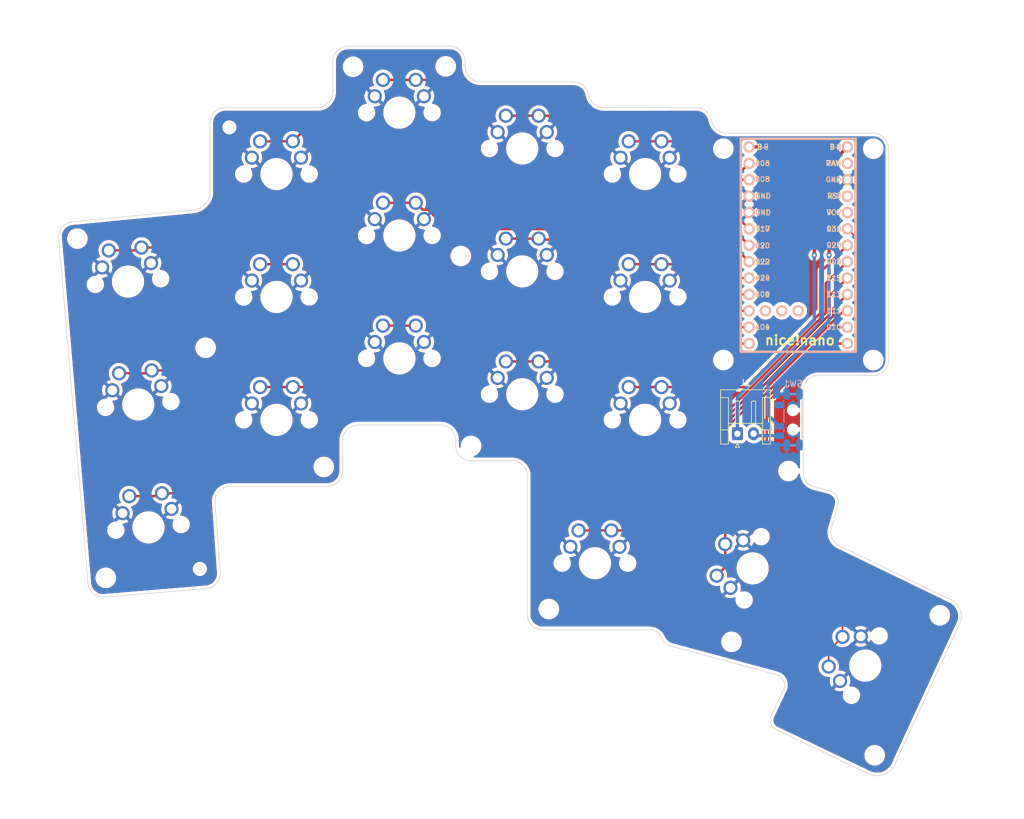
<source format=kicad_pcb>
(kicad_pcb (version 20211014) (generator pcbnew)
  (layers (0 "F.Cu" signal) (31 "B.Cu" signal) (34 "B.Paste" user) (35 "F.Paste" user) (36 "B.SilkS" user "B.Silkscreen") (37 "F.SilkS" user "F.Silkscreen") (38 "B.Mask" user) (39 "F.Mask" user) (44 "Edge.Cuts" user))
  (net 0 "")
  (net 1 "GND")
  (net 6 "VCC")
  (net 7 "B-")
  (net 8 "B+")
  (net 10 "MX1")
  (net 11 "MX2")
  (net 12 "MX3")
  (net 13 "MX4")
  (net 14 "MX5")
  (net 15 "MX6")
  (net 16 "MX7")
  (net 17 "MX8")
  (net 18 "MX9")
  (net 19 "MX10")
  (net 20 "MX11")
  (net 21 "MX12")
  (net 22 "MX13")
  (net 23 "MX14")
  (net 24 "MX15")
  (net 25 "MX16")
  (net 26 "MX17")
  (net 27 "Net-(J1-Pad2)")
  (net 29 "MX18")
  (footprint "mx-switches-doubleSided:CherryMX-1U-doubleSided-noSilk" (layer "F.Cu") (at 106.3625 50.8)
    (fp_text reference "MX2")
    (fp_text value "MX-NoLED")
    (pad "" np_thru_hole circle (at -5.08 0) (size 1.7 1.7) (drill 1.7) (layers *.Cu *.Mask))
    (pad "" np_thru_hole circle (at 0 0) (size 4 4) (drill 4) (layers *.Cu *.Mask))
    (pad "" np_thru_hole circle (at 5.08 0) (size 1.7 1.7) (drill 1.7) (layers *.Cu *.Mask))
    (pad "1" thru_hole circle (at 2.54 -5.08) (size 2.2 2.2) (drill 1.5) (layers *.Cu *.Mask) (net 11 "MX2"))
    (pad "1" thru_hole circle (at -2.54 -5.08) (size 2.2 2.2) (drill 1.5) (layers *.Cu *.Mask) (net 11 "MX2"))
    (pad "2" thru_hole circle (at -3.81 -2.54) (size 2.2 2.2) (drill 1.5) (layers *.Cu *.Mask) (net 1 "GND"))
    (pad "2" thru_hole circle (at 3.81 -2.54) (size 2.2 2.2) (drill 1.5) (layers *.Cu *.Mask) (net 1 "GND"))
  )
  (footprint "mx-switches-doubleSided:CherryMX-1U-doubleSided-noSilk" (layer "F.Cu") (at 155.73375 111.125)
    (fp_text reference "MX16")
    (fp_text value "MX-NoLED")
    (pad "" np_thru_hole circle (at 5.08 0) (size 1.7 1.7) (drill 1.7) (layers *.Cu *.Mask))
    (pad "" np_thru_hole circle (at -5.08 0) (size 1.7 1.7) (drill 1.7) (layers *.Cu *.Mask))
    (pad "" np_thru_hole circle (at 0 0) (size 4 4) (drill 4) (layers *.Cu *.Mask))
    (pad "1" thru_hole circle (at 2.54 -5.08) (size 2.2 2.2) (drill 1.5) (layers *.Cu *.Mask) (net 25 "MX16"))
    (pad "1" thru_hole circle (at -2.54 -5.08) (size 2.2 2.2) (drill 1.5) (layers *.Cu *.Mask) (net 25 "MX16"))
    (pad "2" thru_hole circle (at -3.81 -2.54) (size 2.2 2.2) (drill 1.5) (layers *.Cu *.Mask) (net 1 "GND"))
    (pad "2" thru_hole circle (at 3.81 -2.54) (size 2.2 2.2) (drill 1.5) (layers *.Cu *.Mask) (net 1 "GND"))
  )
  (footprint "mx-switches-doubleSided:CherryMX-1U-doubleSided-noSilk" (layer "F.Cu") (at 106.3625 69.85)
    (fp_text reference "MX7")
    (fp_text value "MX-NoLED")
    (pad "" np_thru_hole circle (at -5.08 0) (size 1.7 1.7) (drill 1.7) (layers *.Cu *.Mask))
    (pad "" np_thru_hole circle (at 0 0) (size 4 4) (drill 4) (layers *.Cu *.Mask))
    (pad "" np_thru_hole circle (at 5.08 0) (size 1.7 1.7) (drill 1.7) (layers *.Cu *.Mask))
    (pad "1" thru_hole circle (at 2.54 -5.08) (size 2.2 2.2) (drill 1.5) (layers *.Cu *.Mask) (net 16 "MX7"))
    (pad "1" thru_hole circle (at -2.54 -5.08) (size 2.2 2.2) (drill 1.5) (layers *.Cu *.Mask) (net 16 "MX7"))
    (pad "2" thru_hole circle (at 3.81 -2.54) (size 2.2 2.2) (drill 1.5) (layers *.Cu *.Mask) (net 1 "GND"))
    (pad "2" thru_hole circle (at -3.81 -2.54) (size 2.2 2.2) (drill 1.5) (layers *.Cu *.Mask) (net 1 "GND"))
  )
  (footprint "MountingHole:MountingHole_2.2mm_M2_DIN965" (layer "F.Cu") (at 175.641 79.629)
    (fp_text reference "H8")
    (fp_text value "MountingHole")
    (pad "" np_thru_hole circle (at 0 0) (size 2.2 2.2) (drill 2.2) (layers *.Cu *.Mask))
  )
  (footprint "mx-switches-doubleSided:CherryMX-1U-doubleSided-noSilk" (layer "F.Cu") (at 144.4625 84.93125)
    (fp_text reference "MX14")
    (fp_text value "MX-NoLED")
    (pad "" np_thru_hole circle (at 5.08 0) (size 1.7 1.7) (drill 1.7) (layers *.Cu *.Mask))
    (pad "" np_thru_hole circle (at 0 0) (size 4 4) (drill 4) (layers *.Cu *.Mask))
    (pad "" np_thru_hole circle (at -5.08 0) (size 1.7 1.7) (drill 1.7) (layers *.Cu *.Mask))
    (pad "1" thru_hole circle (at 2.54 -5.08) (size 2.2 2.2) (drill 1.5) (layers *.Cu *.Mask) (net 23 "MX14"))
    (pad "1" thru_hole circle (at -2.54 -5.08) (size 2.2 2.2) (drill 1.5) (layers *.Cu *.Mask) (net 23 "MX14"))
    (pad "2" thru_hole circle (at 3.81 -2.54) (size 2.2 2.2) (drill 1.5) (layers *.Cu *.Mask) (net 1 "GND"))
    (pad "2" thru_hole circle (at -3.81 -2.54) (size 2.2 2.2) (drill 1.5) (layers *.Cu *.Mask) (net 1 "GND"))
  )
  (footprint "mx-switches-doubleSided:CherryMX-1U-doubleSided-noSilk" (layer "F.Cu") (at 83.34375 67.46875 5)
    (fp_text reference "MX1")
    (fp_text value "MX-NoLED")
    (pad "" np_thru_hole circle (at -5.08 0 5) (size 1.7 1.7) (drill 1.7) (layers *.Cu *.Mask))
    (pad "" np_thru_hole circle (at 0 0 5) (size 4 4) (drill 4) (layers *.Cu *.Mask))
    (pad "" np_thru_hole circle (at 5.08 0 5) (size 1.7 1.7) (drill 1.7) (layers *.Cu *.Mask))
    (pad "1" thru_hole circle (at -2.54 -5.08 5) (size 2.2 2.2) (drill 1.5) (layers *.Cu *.Mask) (net 10 "MX1"))
    (pad "1" thru_hole circle (at 2.54 -5.08 5) (size 2.2 2.2) (drill 1.5) (layers *.Cu *.Mask) (net 10 "MX1"))
    (pad "2" thru_hole circle (at -3.81 -2.54 5) (size 2.2 2.2) (drill 1.5) (layers *.Cu *.Mask) (net 1 "GND"))
    (pad "2" thru_hole circle (at 3.81 -2.54 5) (size 2.2 2.2) (drill 1.5) (layers *.Cu *.Mask) (net 1 "GND"))
  )
  (footprint "Connector_JST:JST_EH_S2B-EH_1x02_P2.50mm_Horizontal" (layer "F.Cu") (at 177.82 91.0515)
    (fp_text reference "J1" (at 1.25 -7.9) (layer "F.SilkS"))
    (fp_text value "Conn_01x02_Male")
    (pad "1" thru_hole roundrect (at 0 0) (size 1.7 2) (drill 1) (layers *.Cu *.Mask) (roundrect_rratio 0.1470588235) (net 7 "B-"))
    (pad "2" thru_hole oval (at 2.5 0) (size 1.7 2) (drill 1) (layers *.Cu *.Mask) (net 27 "Net-(J1-Pad2)"))
  )
  (footprint "MountingHole:MountingHole_2.2mm_M2_DIN965" (layer "F.Cu") (at 176.911 123.317)
    (fp_text reference "H12")
    (fp_text value "MountingHole")
    (pad "" np_thru_hole circle (at 0 0) (size 2.2 2.2) (drill 2.2) (layers *.Cu *.Mask))
  )
  (footprint "MountingHole:MountingHole_2.2mm_M2_DIN965" (layer "F.Cu") (at 134.9375 63.5)
    (fp_text reference "H13")
    (fp_text value "MountingHole")
    (pad "" np_thru_hole circle (at 0 0) (size 2.2 2.2) (drill 2.2) (layers *.Cu *.Mask))
  )
  (footprint "MountingHole:MountingHole_2.2mm_M2_DIN965" (layer "F.Cu") (at 185.7375 96.8375)
    (fp_text reference "H11")
    (fp_text value "MountingHole")
    (pad "" np_thru_hole circle (at 0 0) (size 2.2 2.2) (drill 2.2) (layers *.Cu *.Mask))
  )
  (footprint "mx-switches-doubleSided:CherryMX-1U-doubleSided-noSilk" (layer "F.Cu") (at 84.93125 86.51875 5)
    (fp_text reference "MX6")
    (fp_text value "MX-NoLED")
    (pad "" np_thru_hole circle (at 0 0 5) (size 4 4) (drill 4) (layers *.Cu *.Mask))
    (pad "" np_thru_hole circle (at 5.08 0 5) (size 1.7 1.7) (drill 1.7) (layers *.Cu *.Mask))
    (pad "" np_thru_hole circle (at -5.08 0 5) (size 1.7 1.7) (drill 1.7) (layers *.Cu *.Mask))
    (pad "1" thru_hole circle (at -2.54 -5.08 5) (size 2.2 2.2) (drill 1.5) (layers *.Cu *.Mask) (net 15 "MX6"))
    (pad "1" thru_hole circle (at 2.54 -5.08 5) (size 2.2 2.2) (drill 1.5) (layers *.Cu *.Mask) (net 15 "MX6"))
    (pad "2" thru_hole circle (at -3.81 -2.54 5) (size 2.2 2.2) (drill 1.5) (layers *.Cu *.Mask) (net 1 "GND"))
    (pad "2" thru_hole circle (at 3.81 -2.54 5) (size 2.2 2.2) (drill 1.5) (layers *.Cu *.Mask) (net 1 "GND"))
  )
  (footprint "MountingHole:MountingHole_2.2mm_M2_DIN965" (layer "F.Cu") (at 79.9 113.4)
    (fp_text reference "H2")
    (fp_text value "MountingHole")
    (pad "" np_thru_hole circle (at 0 0) (size 2.2 2.2) (drill 2.2) (layers *.Cu *.Mask))
  )
  (footprint "MountingHole:MountingHole_2.2mm_M2_DIN965" (layer "F.Cu") (at 113.7 96.2)
    (fp_text reference "H6")
    (fp_text value "MountingHole")
    (pad "" np_thru_hole circle (at 0 0) (size 2.2 2.2) (drill 2.2) (layers *.Cu *.Mask))
  )
  (footprint "mx-switches-doubleSided:CherryMX-1U-doubleSided-noSilk" (layer "F.Cu") (at 163.5125 50.8)
    (fp_text reference "MX5")
    (fp_text value "MX-NoLED")
    (pad "" np_thru_hole circle (at 5.08 0) (size 1.7 1.7) (drill 1.7) (layers *.Cu *.Mask))
    (pad "" np_thru_hole circle (at -5.08 0) (size 1.7 1.7) (drill 1.7) (layers *.Cu *.Mask))
    (pad "" np_thru_hole circle (at 0 0) (size 4 4) (drill 4) (layers *.Cu *.Mask))
    (pad "1" thru_hole circle (at -2.54 -5.08) (size 2.2 2.2) (drill 1.5) (layers *.Cu *.Mask) (net 14 "MX5"))
    (pad "1" thru_hole circle (at 2.54 -5.08) (size 2.2 2.2) (drill 1.5) (layers *.Cu *.Mask) (net 14 "MX5"))
    (pad "2" thru_hole circle (at -3.81 -2.54) (size 2.2 2.2) (drill 1.5) (layers *.Cu *.Mask) (net 1 "GND"))
    (pad "2" thru_hole circle (at 3.81 -2.54) (size 2.2 2.2) (drill 1.5) (layers *.Cu *.Mask) (net 1 "GND"))
  )
  (footprint "MountingHole:MountingHole_2.2mm_M2_DIN965" (layer "F.Cu") (at 198.882 46.863)
    (fp_text reference "H9")
    (fp_text value "MountingHole")
    (pad "" np_thru_hole circle (at 0 0) (size 2.2 2.2) (drill 2.2) (layers *.Cu *.Mask))
  )
  (footprint "MountingHole:MountingHole_2.2mm_M2_DIN965" (layer "F.Cu") (at 95.377 77.724)
    (fp_text reference "H17")
    (fp_text value "MountingHole")
    (pad "" np_thru_hole circle (at 0 0) (size 2.2 2.2) (drill 2.2) (layers *.Cu *.Mask))
  )
  (footprint "mx-switches-doubleSided:CherryMX-1U-doubleSided-noSilk" (layer "F.Cu") (at 144.4625 65.88125)
    (fp_text reference "MX9")
    (fp_text value "MX-NoLED")
    (pad "" np_thru_hole circle (at 5.08 0) (size 1.7 1.7) (drill 1.7) (layers *.Cu *.Mask))
    (pad "" np_thru_hole circle (at 0 0) (size 4 4) (drill 4) (layers *.Cu *.Mask))
    (pad "" np_thru_hole circle (at -5.08 0) (size 1.7 1.7) (drill 1.7) (layers *.Cu *.Mask))
    (pad "1" thru_hole circle (at -2.54 -5.08) (size 2.2 2.2) (drill 1.5) (layers *.Cu *.Mask) (net 18 "MX9"))
    (pad "1" thru_hole circle (at 2.54 -5.08) (size 2.2 2.2) (drill 1.5) (layers *.Cu *.Mask) (net 18 "MX9"))
    (pad "2" thru_hole circle (at 3.81 -2.54) (size 2.2 2.2) (drill 1.5) (layers *.Cu *.Mask) (net 1 "GND"))
    (pad "2" thru_hole circle (at -3.81 -2.54) (size 2.2 2.2) (drill 1.5) (layers *.Cu *.Mask) (net 1 "GND"))
  )
  (footprint "mx-switches-doubleSided:CherryMX-1.5U-doubleSided-Vertical-noSilk" (layer "F.Cu") (at 180.18125 111.91875 -15)
    (fp_text reference "MX17")
    (fp_text value "MX-NoLED")
    (pad "" np_thru_hole circle (at 0 -5.08 75) (size 1.7 1.7) (drill 1.7) (layers *.Cu *.Mask))
    (pad "" np_thru_hole circle (at 0 5.08 75) (size 1.7 1.7) (drill 1.7) (layers *.Cu *.Mask))
    (pad "" np_thru_hole circle (at 0 0 75) (size 4 4) (drill 4) (layers *.Cu *.Mask))
    (pad "" np_thru_hole circle (at 0 0 75) (size 4 4) (drill 4) (layers *.Cu *.Mask))
    (pad "1" thru_hole circle (at -5.08 -2.54 75) (size 2.2 2.2) (drill 1.5) (layers *.Cu *.Mask) (net 26 "MX17"))
    (pad "1" thru_hole circle (at -5.08 2.54 75) (size 2.2 2.2) (drill 1.5) (layers *.Cu *.Mask) (net 26 "MX17"))
    (pad "2" thru_hole circle (at -2.54 -3.81 75) (size 2.2 2.2) (drill 1.5) (layers *.Cu *.Mask) (net 1 "GND"))
    (pad "2" thru_hole circle (at -2.54 3.81 75) (size 2.2 2.2) (drill 1.5) (layers *.Cu *.Mask) (net 1 "GND"))
  )
  (footprint "mx-switches-doubleSided:CherryMX-1U-doubleSided-noSilk" (layer "F.Cu") (at 125.4125 41.275)
    (fp_text reference "MX3")
    (fp_text value "MX-NoLED")
    (pad "" np_thru_hole circle (at 0 0) (size 4 4) (drill 4) (layers *.Cu *.Mask))
    (pad "" np_thru_hole circle (at 5.08 0) (size 1.7 1.7) (drill 1.7) (layers *.Cu *.Mask))
    (pad "" np_thru_hole circle (at -5.08 0) (size 1.7 1.7) (drill 1.7) (layers *.Cu *.Mask))
    (pad "1" thru_hole circle (at -2.54 -5.08) (size 2.2 2.2) (drill 1.5) (layers *.Cu *.Mask) (net 12 "MX3"))
    (pad "1" thru_hole circle (at 2.54 -5.08) (size 2.2 2.2) (drill 1.5) (layers *.Cu *.Mask) (net 12 "MX3"))
    (pad "2" thru_hole circle (at -3.81 -2.54) (size 2.2 2.2) (drill 1.5) (layers *.Cu *.Mask) (net 1 "GND"))
    (pad "2" thru_hole circle (at 3.81 -2.54) (size 2.2 2.2) (drill 1.5) (layers *.Cu *.Mask) (net 1 "GND"))
  )
  (footprint "MountingHole:MountingHole_2.2mm_M2_DIN965" (layer "F.Cu") (at 175.641 46.863)
    (fp_text reference "H7")
    (fp_text value "MountingHole")
    (pad "" np_thru_hole circle (at 0 0) (size 2.2 2.2) (drill 2.2) (layers *.Cu *.Mask))
  )
  (footprint "mx-switches-doubleSided:CherryMX-1U-doubleSided-noSilk" (layer "F.Cu") (at 125.4125 79.375)
    (fp_text reference "MX13")
    (fp_text value "MX-NoLED")
    (pad "" np_thru_hole circle (at 5.08 0) (size 1.7 1.7) (drill 1.7) (layers *.Cu *.Mask))
    (pad "" np_thru_hole circle (at 0 0) (size 4 4) (drill 4) (layers *.Cu *.Mask))
    (pad "" np_thru_hole circle (at -5.08 0) (size 1.7 1.7) (drill 1.7) (layers *.Cu *.Mask))
    (pad "1" thru_hole circle (at -2.54 -5.08) (size 2.2 2.2) (drill 1.5) (layers *.Cu *.Mask) (net 22 "MX13"))
    (pad "1" thru_hole circle (at 2.54 -5.08) (size 2.2 2.2) (drill 1.5) (layers *.Cu *.Mask) (net 22 "MX13"))
    (pad "2" thru_hole circle (at 3.81 -2.54) (size 2.2 2.2) (drill 1.5) (layers *.Cu *.Mask) (net 1 "GND"))
    (pad "2" thru_hole circle (at -3.81 -2.54) (size 2.2 2.2) (drill 1.5) (layers *.Cu *.Mask) (net 1 "GND"))
  )
  (footprint "MountingHole:MountingHole_2.2mm_M2_DIN965" (layer "F.Cu") (at 75.5 60.8)
    (fp_text reference "H1")
    (fp_text value "MountingHole")
    (pad "" np_thru_hole circle (at 0 0) (size 2.2 2.2) (drill 2.2) (layers *.Cu *.Mask))
  )
  (footprint "MountingHole:MountingHole_2.2mm_M2_DIN965" (layer "F.Cu") (at 199.1 140.9)
    (fp_text reference "H4")
    (fp_text value "MountingHole")
    (pad "" np_thru_hole circle (at 0 0) (size 2.2 2.2) (drill 2.2) (layers *.Cu *.Mask))
  )
  (footprint "nice-nano-all-pins:nice_nano" (layer "F.Cu") (at 187.247831 63.1055 -90)
    (fp_text reference "U1" hide)
    (fp_text value "nice_nano" hide)
    (fp_text user "113" (at 6.35 -5.537191) (layer "B.SilkS") (effects (font (size 0.8 0.8)) (justify mirror)))
    (fp_text user "GND" (at -8.89 5.461) (layer "B.SilkS") (effects (font (size 0.8 0.8)) (justify mirror)))
    (fp_text user "006" (at -13.97 5.53719) (layer "B.SilkS") (effects (font (size 0.8 0.8)) (justify mirror)))
    (fp_text user "115" (at 3.81 -5.537191) (layer "B.SilkS") (effects (font (size 0.8 0.8)) (justify mirror)))
    (fp_text user "031" (at -3.81 -5.537191) (layer "B.SilkS") (effects (font (size 0.8 0.8)) (justify mirror)))
    (fp_text user "B+" (at -16.51 -5.778477) (layer "B.SilkS") (effects (font (size 0.8 0.8)) (justify mirror)))
    (fp_text user "017" (at -3.81 5.53719) (layer "B.SilkS") (effects (font (size 0.8 0.8)) (justify mirror)))
    (fp_text user "002" (at 1.27 -5.537191) (layer "B.SilkS") (effects (font (size 0.8 0.8)) (justify mirror)))
    (fp_text user "022" (at 1.3 5.53719) (layer "B.SilkS") (effects (font (size 0.8 0.8)) (justify mirror)))
    (fp_text user "111" (at 8.89 -5.537191) (layer "B.SilkS") (effects (font (size 0.8 0.8)) (justify mirror)))
    (fp_text user "020" (at -1.2 5.53719) (layer "B.SilkS") (effects (font (size 0.8 0.8)) (justify mirror)))
    (fp_text user "GND" (at -6.35 5.461) (layer "B.SilkS") (effects (font (size 0.8 0.8)) (justify mirror)))
    (fp_text user "GND" (at -11.43 -5.454667) (layer "B.SilkS") (effects (font (size 0.8 0.8)) (justify mirror)))
    (fp_text user "010" (at 11.43 -5.537191) (layer "B.SilkS") (effects (font (size 0.8 0.8)) (justify mirror)))
    (fp_text user "104" (at 11.43 5.53719) (layer "B.SilkS") (effects (font (size 0.8 0.8)) (justify mirror)))
    (fp_text user "RAW" (at -13.97 -5.473715) (layer "B.SilkS") (effects (font (size 0.8 0.8)) (justify mirror)))
    (fp_text user "VCC" (at -6.35 -5.537191) (layer "B.SilkS") (effects (font (size 0.8 0.8)) (justify mirror)))
    (fp_text user "008" (at -11.5 5.53719) (layer "B.SilkS") (effects (font (size 0.8 0.8)) (justify mirror)))
    (fp_text user "RST" (at -8.89 -5.588) (layer "B.SilkS") (effects (font (size 0.8 0.8)) (justify mirror)))
    (fp_text user "024" (at 3.8 5.53719) (layer "B.SilkS") (effects (font (size 0.8 0.8)) (justify mirror)))
    (fp_text user "100" (at 6.35 5.53719) (layer "B.SilkS") (effects (font (size 0.8 0.8)) (justify mirror)))
    (fp_text user "029" (at -1.27 -5.537191) (layer "B.SilkS") (effects (font (size 0.8 0.8)) (justify mirror)))
    (fp_text user "B-" (at -16.51 5.461) (layer "B.SilkS") (effects (font (size 0.8 0.8)) (justify mirror)))
    (fp_text user "010" (at 11.43 -5.537191) (layer "F.SilkS") (effects (font (size 0.8 0.8))))
    (fp_text user "111" (at 8.89 -5.537191) (layer "F.SilkS") (effects (font (size 0.8 0.8))))
    (fp_text user "GND" (at -8.89 5.461) (layer "F.SilkS") (effects (font (size 0.8 0.8))))
    (fp_text user "024" (at 3.81 5.53719) (layer "F.SilkS") (effects (font (size 0.8 0.8))))
    (fp_text user "029" (at -1.27 -5.537191) (layer "F.SilkS") (effects (font (size 0.8 0.8))))
    (fp_text user "nice!nano" (at 13.462 -0.254) (layer "F.SilkS") (effects (font (size 1.5 1.5) (thickness 0.3))))
    (fp_text user "B-" (at -16.51 5.461) (layer "F.SilkS") (effects (font (size 0.8 0.8))))
    (fp_text user "031" (at -3.81 -5.537191) (layer "F.SilkS") (effects (font (size 0.8 0.8))))
    (fp_text user "115" (at 3.81 -5.537191) (layer "F.SilkS") (effects (font (size 0.8 0.8))))
    (fp_text user "GND" (at -6.35 5.461) (layer "F.SilkS") (effects (font (size 0.8 0.8))))
    (fp_text user "002" (at 1.27 -5.537191) (layer "F.SilkS") (effects (font (size 0.8 0.8))))
    (fp_text user "100" (at 6.35 5.53719) (layer "F.SilkS") (effects (font (size 0.8 0.8))))
    (fp_text user "104" (at 11.43 5.53719) (layer "F.SilkS") (effects (font (size 0.8 0.8))))
    (fp_text user "006" (at -13.97 5.53719) (layer "F.SilkS") (effects (font (size 0.8 0.8))))
    (fp_text user "B+" (at -16.51 -5.778477) (layer "F.SilkS") (effects (font (size 0.8 0.8))))
    (fp_text user "020" (at -1.2 5.53719) (layer "F.SilkS") (effects (font (size 0.8 0.8))))
    (fp_text user "RST" (at -8.89 -5.588) (layer "F.SilkS") (effects (font (size 0.8 0.8))))
    (fp_text user "022" (at 1.3 5.53719) (layer "F.SilkS") (effects (font (size 0.8 0.8))))
    (fp_text user "RAW" (at -13.97 -5.473715) (layer "F.SilkS") (effects (font (size 0.8 0.8))))
    (fp_text user "113" (at 6.35 -5.537191) (layer "F.SilkS") (effects (font (size 0.8 0.8))))
    (fp_text user "008" (at -11.5 5.53719) (layer "F.SilkS") (effects (font (size 0.8 0.8))))
    (fp_text user "017" (at -3.8 5.53719) (layer "F.SilkS") (effects (font (size 0.8 0.8))))
    (fp_text user "GND" (at -11.43 -5.454667) (layer "F.SilkS") (effects (font (size 0.8 0.8))))
    (fp_text user "VCC" (at -6.35 -5.537191) (layer "F.SilkS") (effects (font (size 0.8 0.8))))
    (pad "1" thru_hole circle locked (at -13.97 7.62 270) (size 1.7526 1.7526) (drill 1.0922) (layers *.Cu *.SilkS *.Mask) (net 12 "MX3"))
    (pad "2" thru_hole circle locked (at -11.43 7.62 270) (size 1.7526 1.7526) (drill 1.0922) (layers *.Cu *.SilkS *.Mask) (net 13 "MX4"))
    (pad "3" thru_hole circle locked (at -8.89 7.62 270) (size 1.7526 1.7526) (drill 1.0922) (layers *.Cu *.SilkS *.Mask) (net 1 "GND"))
    (pad "4" thru_hole circle locked (at -6.35 7.62 270) (size 1.7526 1.7526) (drill 1.0922) (layers *.Cu *.SilkS *.Mask) (net 1 "GND"))
    (pad "5" thru_hole circle locked (at -3.81 7.62 270) (size 1.7526 1.7526) (drill 1.0922) (layers *.Cu *.SilkS *.Mask) (net 14 "MX5"))
    (pad "6" thru_hole circle locked (at -1.27 7.62 270) (size 1.7526 1.7526) (drill 1.0922) (layers *.Cu *.SilkS *.Mask) (net 11 "MX2"))
    (pad "7" thru_hole circle locked (at 1.27 7.62 270) (size 1.7526 1.7526) (drill 1.0922) (layers *.Cu *.SilkS *.Mask) (net 17 "MX8"))
    (pad "8" thru_hole circle locked (at 3.81 7.62 270) (size 1.7526 1.7526) (drill 1.0922) (layers *.Cu *.SilkS *.Mask) (net 18 "MX9"))
    (pad "9" thru_hole circle locked (at 6.35 7.62 270) (size 1.7526 1.7526) (drill 1.0922) (layers *.Cu *.SilkS *.Mask) (net 19 "MX10"))
    (pad "10" thru_hole circle locked (at 8.89 7.62 270) (size 1.7526 1.7526) (drill 1.0922) (layers *.Cu *.SilkS *.Mask) (net 23 "MX14"))
    (pad "11" thru_hole circle locked (at 11.43 7.62 270) (size 1.7526 1.7526) (drill 1.0922) (layers *.Cu *.SilkS *.Mask) (net 22 "MX13"))
    (pad "12" thru_hole circle locked (at 13.97 7.62 270) (size 1.7526 1.7526) (drill 1.0922) (layers *.Cu *.SilkS *.Mask) (net 16 "MX7"))
    (pad "13" thru_hole circle locked (at 13.97 -7.62 270) (size 1.7526 1.7526) (drill 1.0922) (layers *.Cu *.SilkS *.Mask) (net 26 "MX17"))
    (pad "14" thru_hole circle locked (at 11.43 -7.62 270) (size 1.7526 1.7526) (drill 1.0922) (layers *.Cu *.SilkS *.Mask) (net 25 "MX16"))
    (pad "15" thru_hole circle locked (at 8.89 -7.62 270) (size 1.7526 1.7526) (drill 1.0922) (layers *.Cu *.SilkS *.Mask) (net 20 "MX11"))
    (pad "16" thru_hole circle locked (at 6.35 -7.62 270) (size 1.7526 1.7526) (drill 1.0922) (layers *.Cu *.SilkS *.Mask) (net 21 "MX12"))
    (pad "17" thru_hole circle locked (at 3.81 -7.62 270) (size 1.7526 1.7526) (drill 1.0922) (layers *.Cu *.SilkS *.Mask) (net 15 "MX6"))
    (pad "18" thru_hole circle locked (at 1.27 -7.62 270) (size 1.7526 1.7526) (drill 1.0922) (layers *.Cu *.SilkS *.Mask) (net 10 "MX1"))
    (pad "19" thru_hole circle locked (at -1.27 -7.62 270) (size 1.7526 1.7526) (drill 1.0922) (layers *.Cu *.SilkS *.Mask) (net 24 "MX15"))
    (pad "20" thru_hole circle locked (at -3.81 -7.62 270) (size 1.7526 1.7526) (drill 1.0922) (layers *.Cu *.SilkS *.Mask) (net 29 "MX18"))
    (pad "21" thru_hole circle locked (at -6.35 -7.62 270) (size 1.7526 1.7526) (drill 1.0922) (layers *.Cu *.SilkS *.Mask) (net 6 "VCC"))
    (pad "22" thru_hole circle locked (at -8.89 -7.62 270) (size 1.7526 1.7526) (drill 1.0922) (layers *.Cu *.SilkS *.Mask))
    (pad "23" thru_hole circle locked (at -11.43 -7.62 270) (size 1.7526 1.7526) (drill 1.0922) (layers *.Cu *.SilkS *.Mask) (net 1 "GND"))
    (pad "24" thru_hole circle locked (at -13.97 -7.62 270) (size 1.7526 1.7526) (drill 1.0922) (layers *.Cu *.SilkS *.Mask))
    (pad "30" thru_hole circle locked (at -16.51 7.62 270) (size 1.7526 1.7526) (drill 1.0922) (layers *.Cu *.SilkS *.Mask) (net 7 "B-"))
    (pad "31" thru_hole circle locked (at 8.89 5.08 270) (size 1.7526 1.7526) (drill 1.0922) (layers *.Cu *.SilkS *.Mask))
    (pad "32" thru_hole circle locked (at 8.89 2.54 270) (size 1.7526 1.7526) (drill 1.0922) (layers *.Cu *.SilkS *.Mask))
    (pad "33" thru_hole circle locked (at 8.89 0 270) (size 1.7526 1.7526) (drill 1.0922) (layers *.Cu *.SilkS *.Mask))
    (pad "34" thru_hole circle locked (at -16.51 -7.62 270) (size 1.7526 1.7526) (drill 1.0922) (layers *.Cu *.SilkS *.Mask) (net 8 "B+"))
  )
  (footprint "MountingHole:MountingHole_2.2mm_M2_DIN965" (layer "F.Cu") (at 99.06 43.561)
    (fp_text reference "H18")
    (fp_text value "MountingHole")
    (pad "" np_thru_hole circle (at 0 0) (size 2.2 2.2) (drill 2.2) (layers *.Cu *.Mask))
  )
  (footprint "mx-switches-doubleSided:CherryMX-1U-doubleSided-noSilk" (layer "F.Cu") (at 163.5125 88.9)
    (fp_text reference "MX15")
    (fp_text value "MX-NoLED")
    (pad "" np_thru_hole circle (at 5.08 0) (size 1.7 1.7) (drill 1.7) (layers *.Cu *.Mask))
    (pad "" np_thru_hole circle (at -5.08 0) (size 1.7 1.7) (drill 1.7) (layers *.Cu *.Mask))
    (pad "" np_thru_hole circle (at 0 0) (size 4 4) (drill 4) (layers *.Cu *.Mask))
    (pad "1" thru_hole circle (at 2.54 -5.08) (size 2.2 2.2) (drill 1.5) (layers *.Cu *.Mask) (net 24 "MX15"))
    (pad "1" thru_hole circle (at -2.54 -5.08) (size 2.2 2.2) (drill 1.5) (layers *.Cu *.Mask) (net 24 "MX15"))
    (pad "2" thru_hole circle (at -3.81 -2.54) (size 2.2 2.2) (drill 1.5) (layers *.Cu *.Mask) (net 1 "GND"))
    (pad "2" thru_hole circle (at 3.81 -2.54) (size 2.2 2.2) (drill 1.5) (layers *.Cu *.Mask) (net 1 "GND"))
  )
  (footprint "mx-switches-doubleSided:CherryMX-1U-doubleSided-noSilk" (layer "F.Cu") (at 106.3625 88.9)
    (fp_text reference "MX12")
    (fp_text value "MX-NoLED")
    (pad "" np_thru_hole circle (at 5.08 0) (size 1.7 1.7) (drill 1.7) (layers *.Cu *.Mask))
    (pad "" np_thru_hole circle (at -5.08 0) (size 1.7 1.7) (drill 1.7) (layers *.Cu *.Mask))
    (pad "" np_thru_hole circle (at 0 0) (size 4 4) (drill 4) (layers *.Cu *.Mask))
    (pad "1" thru_hole circle (at 2.54 -5.08) (size 2.2 2.2) (drill 1.5) (layers *.Cu *.Mask) (net 21 "MX12"))
    (pad "1" thru_hole circle (at -2.54 -5.08) (size 2.2 2.2) (drill 1.5) (layers *.Cu *.Mask) (net 21 "MX12"))
    (pad "2" thru_hole circle (at 3.81 -2.54) (size 2.2 2.2) (drill 1.5) (layers *.Cu *.Mask) (net 1 "GND"))
    (pad "2" thru_hole circle (at -3.81 -2.54) (size 2.2 2.2) (drill 1.5) (layers *.Cu *.Mask) (net 1 "GND"))
  )
  (footprint "MountingHole:MountingHole_2.2mm_M2_DIN965" (layer "F.Cu") (at 209.2 119.2)
    (fp_text reference "H3")
    (fp_text value "MountingHole")
    (pad "" np_thru_hole circle (at 0 0) (size 2.2 2.2) (drill 2.2) (layers *.Cu *.Mask))
  )
  (footprint "MountingHole:MountingHole_2.2mm_M2_DIN965" (layer "F.Cu") (at 148.59 118.237)
    (fp_text reference "H14")
    (fp_text value "MountingHole")
    (pad "" np_thru_hole circle (at 0 0) (size 2.2 2.2) (drill 2.2) (layers *.Cu *.Mask))
  )
  (footprint "mx-switches-doubleSided:CherryMX-1.5U-doubleSided-Vertical-noSilk" (layer "F.Cu") (at 197.64375 127 -25)
    (fp_text reference "MX18")
    (fp_text value "MX-NoLED")
    (pad "" np_thru_hole circle (at 0 -5.08 65) (size 1.7 1.7) (drill 1.7) (layers *.Cu *.Mask))
    (pad "" np_thru_hole circle (at 0 5.08 65) (size 1.7 1.7) (drill 1.7) (layers *.Cu *.Mask))
    (pad "" np_thru_hole circle (at 0 0 65) (size 4 4) (drill 4) (layers *.Cu *.Mask))
    (pad "" np_thru_hole circle (at 0 0 65) (size 4 4) (drill 4) (layers *.Cu *.Mask))
    (pad "1" thru_hole circle (at -5.08 -2.54 65) (size 2.2 2.2) (drill 1.5) (layers *.Cu *.Mask) (net 29 "MX18"))
    (pad "1" thru_hole circle (at -5.08 2.54 65) (size 2.2 2.2) (drill 1.5) (layers *.Cu *.Mask) (net 29 "MX18"))
    (pad "2" thru_hole circle (at -2.54 -3.81 65) (size 2.2 2.2) (drill 1.5) (layers *.Cu *.Mask) (net 1 "GND"))
    (pad "2" thru_hole circle (at -2.54 3.81 65) (size 2.2 2.2) (drill 1.5) (layers *.Cu *.Mask) (net 1 "GND"))
  )
  (footprint "mx-switches-doubleSided:CherryMX-1U-doubleSided-noSilk" (layer "F.Cu") (at 144.4625 46.83125)
    (fp_text reference "MX4")
    (fp_text value "MX-NoLED")
    (pad "" np_thru_hole circle (at 5.08 0) (size 1.7 1.7) (drill 1.7) (layers *.Cu *.Mask))
    (pad "" np_thru_hole circle (at -5.08 0) (size 1.7 1.7) (drill 1.7) (layers *.Cu *.Mask))
    (pad "" np_thru_hole circle (at 0 0) (size 4 4) (drill 4) (layers *.Cu *.Mask))
    (pad "1" thru_hole circle (at 2.54 -5.08) (size 2.2 2.2) (drill 1.5) (layers *.Cu *.Mask) (net 13 "MX4"))
    (pad "1" thru_hole circle (at -2.54 -5.08) (size 2.2 2.2) (drill 1.5) (layers *.Cu *.Mask) (net 13 "MX4"))
    (pad "2" thru_hole circle (at 3.81 -2.54) (size 2.2 2.2) (drill 1.5) (layers *.Cu *.Mask) (net 1 "GND"))
    (pad "2" thru_hole circle (at -3.81 -2.54) (size 2.2 2.2) (drill 1.5) (layers *.Cu *.Mask) (net 1 "GND"))
  )
  (footprint "MountingHole:MountingHole_2.2mm_M2_DIN965" (layer "F.Cu") (at 198.882 79.629)
    (fp_text reference "H10")
    (fp_text value "MountingHole")
    (pad "" np_thru_hole circle (at 0 0) (size 2.2 2.2) (drill 2.2) (layers *.Cu *.Mask))
  )
  (footprint "mx-switches-doubleSided:CherryMX-1U-doubleSided-noSilk" (layer "F.Cu") (at 163.5125 69.85)
    (fp_text reference "MX10")
    (fp_text value "MX-NoLED")
    (pad "" np_thru_hole circle (at 5.08 0) (size 1.7 1.7) (drill 1.7) (layers *.Cu *.Mask))
    (pad "" np_thru_hole circle (at -5.08 0) (size 1.7 1.7) (drill 1.7) (layers *.Cu *.Mask))
    (pad "" np_thru_hole circle (at 0 0) (size 4 4) (drill 4) (layers *.Cu *.Mask))
    (pad "1" thru_hole circle (at -2.54 -5.08) (size 2.2 2.2) (drill 1.5) (layers *.Cu *.Mask) (net 19 "MX10"))
    (pad "1" thru_hole circle (at 2.54 -5.08) (size 2.2 2.2) (drill 1.5) (layers *.Cu *.Mask) (net 19 "MX10"))
    (pad "2" thru_hole circle (at -3.81 -2.54) (size 2.2 2.2) (drill 1.5) (layers *.Cu *.Mask) (net 1 "GND"))
    (pad "2" thru_hole circle (at 3.81 -2.54) (size 2.2 2.2) (drill 1.5) (layers *.Cu *.Mask) (net 1 "GND"))
  )
  (footprint "MountingHole:MountingHole_2.2mm_M2_DIN965" (layer "F.Cu") (at 136.525 92.964)
    (fp_text reference "H16")
    (fp_text value "MountingHole")
    (pad "" np_thru_hole circle (at 0 0) (size 2.2 2.2) (drill 2.2) (layers *.Cu *.Mask))
  )
  (footprint "mx-switches-doubleSided:CherryMX-1U-doubleSided-noSilk" (layer "F.Cu") (at 125.4125 60.325)
    (fp_text reference "MX8")
    (fp_text value "MX-NoLED")
    (pad "" np_thru_hole circle (at -5.08 0) (size 1.7 1.7) (drill 1.7) (layers *.Cu *.Mask))
    (pad "" np_thru_hole circle (at 0 0) (size 4 4) (drill 4) (layers *.Cu *.Mask))
    (pad "" np_thru_hole circle (at 5.08 0) (size 1.7 1.7) (drill 1.7) (layers *.Cu *.Mask))
    (pad "1" thru_hole circle (at -2.54 -5.08) (size 2.2 2.2) (drill 1.5) (layers *.Cu *.Mask) (net 17 "MX8"))
    (pad "1" thru_hole circle (at 2.54 -5.08) (size 2.2 2.2) (drill 1.5) (layers *.Cu *.Mask) (net 17 "MX8"))
    (pad "2" thru_hole circle (at 3.81 -2.54) (size 2.2 2.2) (drill 1.5) (layers *.Cu *.Mask) (net 1 "GND"))
    (pad "2" thru_hole circle (at -3.81 -2.54) (size 2.2 2.2) (drill 1.5) (layers *.Cu *.Mask) (net 1 "GND"))
  )
  (footprint "MountingHole:MountingHole_2.2mm_M2_DIN965" (layer "F.Cu") (at 94.488 112.014)
    (fp_text reference "H19")
    (fp_text value "MountingHole")
    (pad "" np_thru_hole circle (at 0 0) (size 2.2 2.2) (drill 2.2) (layers *.Cu *.Mask))
  )
  (footprint "mx-switches-doubleSided:CherryMX-1U-doubleSided-noSilk" (layer "F.Cu") (at 86.51875 105.56875 5)
    (fp_text reference "MX11")
    (fp_text value "MX-NoLED")
    (pad "" np_thru_hole circle (at -5.08 0 5) (size 1.7 1.7) (drill 1.7) (layers *.Cu *.Mask))
    (pad "" np_thru_hole circle (at 0 0 5) (size 4 4) (drill 4) (layers *.Cu *.Mask))
    (pad "" np_thru_hole circle (at 5.08 0 5) (size 1.7 1.7) (drill 1.7) (layers *.Cu *.Mask))
    (pad "1" thru_hole circle (at -2.54 -5.08 5) (size 2.2 2.2) (drill 1.5) (layers *.Cu *.Mask) (net 20 "MX11"))
    (pad "1" thru_hole circle (at 2.54 -5.08 5) (size 2.2 2.2) (drill 1.5) (layers *.Cu *.Mask) (net 20 "MX11"))
    (pad "2" thru_hole circle (at 3.81 -2.54 5) (size 2.2 2.2) (drill 1.5) (layers *.Cu *.Mask) (net 1 "GND"))
    (pad "2" thru_hole circle (at -3.81 -2.54 5) (size 2.2 2.2) (drill 1.5) (layers *.Cu *.Mask) (net 1 "GND"))
  )
  (footprint "MountingHole:MountingHole_2.2mm_M2_DIN965" (layer "F.Cu") (at 118.237 34.163)
    (fp_text reference "H15")
    (fp_text value "MountingHole")
    (pad "" np_thru_hole circle (at 0 0) (size 2.2 2.2) (drill 2.2) (layers *.Cu *.Mask))
  )
  (footprint "MountingHole:MountingHole_2.2mm_M2_DIN965" (layer "F.Cu") (at 132.6 34.1)
    (fp_text reference "H5")
    (fp_text value "MountingHole")
    (pad "" np_thru_hole circle (at 0 0) (size 2.2 2.2) (drill 2.2) (layers *.Cu *.Mask))
  )
  (footprint "led:SHOU HAN MSK12C02-HB" (layer "B.Cu") (at 186.436 88.9 -90)
    (fp_text reference "SW1" (at -5.6 0 unlocked) (layer "B.SilkS") (effects (justify mirror)))
    (fp_text value "SHOU_HAN_MSK12C02-HB")
    (pad "" np_thru_hole circle (at 1.5 0 270) (size 0.85 0.85) (drill 0.85) (layers F&B.Cu *.Mask))
    (pad "" np_thru_hole circle (at -1.5 0 270) (size 0.85 0.85) (drill 0.85) (layers F&B.Cu *.Mask))
    (pad "1" smd roundrect (at -2.3 2.1 270) (size 1 1.5) (layers "B.Cu" "B.Paste" "B.Mask"))
    (pad "2" smd roundrect (at 1 2.1 270) (size 1 1.5) (layers "B.Cu" "B.Paste" "B.Mask") (net 8 "B+"))
    (pad "3" smd roundrect (at 2.45 2.1 270) (size 1 1.5) (layers "B.Cu" "B.Paste" "B.Mask") (net 27 "Net-(J1-Pad2)"))
    (pad "4" smd roundrect (at 3.9 1 270) (size 1.7 1) (layers "B.Cu" "B.Paste" "B.Mask") (net 1 "GND"))
    (pad "4" smd roundrect (at -4 1 270) (size 1.7 1) (layers "B.Cu" "B.Paste" "B.Mask") (net 1 "GND"))
    (pad "4" smd roundrect (at 3.9 -1 270) (size 1.7 1) (layers "B.Cu" "B.Paste" "B.Mask") (net 1 "GND"))
    (pad "4" smd roundrect (at -4 -1 270) (size 1.7 1) (layers "B.Cu" "B.Paste" "B.Mask") (net 1 "GND"))
  )
  (gr_line (start 188.041581 84.455) (end 188.019279 97) (layer "Edge.Cuts") (width 0.1))
  (gr_line (start 93.6625 56.35625) (end 74.7 58.2) (layer "Edge.Cuts") (width 0.1))
  (gr_line (start 77.11875 114.01875) (end 72.6 60.6) (layer "Edge.Cuts") (width 0.1))
  (gr_arc (start 133.223 30.95625) (mid 134.906798 31.653702) (end 135.60425 33.3375) (layer "Edge.Cuts") (width 0.1))
  (gr_arc (start 210.805148 116.739019) (mid 212.321031 118.277343) (end 212.306 120.437) (layer "Edge.Cuts") (width 0.1))
  (gr_arc (start 131.7625 89.69375) (mid 133.446298 90.391202) (end 134.14375 92.075) (layer "Edge.Cuts") (width 0.1))
  (gr_arc (start 79.5 116.4) (mid 77.816203 115.702547) (end 77.11875 114.01875) (layer "Edge.Cuts") (width 0.1))
  (gr_arc (start 136.525 95.25) (mid 134.841202 94.552548) (end 134.14375 92.86875) (layer "Edge.Cuts") (width 0.1))
  (gr_line (start 135.60425 34.13125) (end 135.60425 33.3375) (layer "Edge.Cuts") (width 0.1))
  (gr_line (start 190.422831 82.042) (end 198.882 82.042) (layer "Edge.Cuts") (width 0.1))
  (gr_line (start 145.25625 119.41175) (end 145.25625 97.282) (layer "Edge.Cuts") (width 0.1))
  (gr_line (start 189.8 99.3) (end 192.1 99.9) (layer "Edge.Cuts") (width 0.1))
  (gr_line (start 198.882 44.45) (end 176.2125 44.45) (layer "Edge.Cuts") (width 0.1))
  (gr_arc (start 116.61875 92.08125) (mid 117.316202 90.397452) (end 119 89.7) (layer "Edge.Cuts") (width 0.1))
  (gr_line (start 202.4 141.9) (end 212.306 120.437) (layer "Edge.Cuts") (width 0.1))
  (gr_line (start 112.7125 40.48125) (end 98.425 40.48125) (layer "Edge.Cuts") (width 0.1))
  (gr_arc (start 164.2 121.44375) (mid 165.33508 121.791953) (end 166.1 122.7) (layer "Edge.Cuts") (width 0.1))
  (gr_arc (start 152.4 36.5125) (mid 153.965198 37.089548) (end 154.78125 38.5445) (layer "Edge.Cuts") (width 0.1))
  (gr_arc (start 97.63125 112.7125) (mid 96.933798 114.396298) (end 95.25 115.09375) (layer "Edge.Cuts") (width 0.1))
  (gr_line (start 119 89.7) (end 131.7625 89.69375) (layer "Edge.Cuts") (width 0.1))
  (gr_arc (start 72.6 60.6) (mid 73.158504 58.969941) (end 74.7 58.2) (layer "Edge.Cuts") (width 0.1))
  (gr_line (start 167.6 124) (end 183.821545 128.377243) (layer "Edge.Cuts") (width 0.1))
  (gr_arc (start 188.041581 84.455) (mid 188.72777 82.750701) (end 190.422831 82.042) (layer "Edge.Cuts") (width 0.1))
  (gr_line (start 183.515 136.779) (end 198.209 143.805) (layer "Edge.Cuts") (width 0.1))
  (gr_arc (start 96.04375 42.8625) (mid 96.741203 41.178703) (end 98.425 40.48125) (layer "Edge.Cuts") (width 0.1))
  (gr_arc (start 171.45 40.48125) (mid 173.015198 41.058298) (end 173.83125 42.51325) (layer "Edge.Cuts") (width 0.1))
  (gr_arc (start 193.6 108.4) (mid 192.465408 107.21757) (end 192.408183 105.579841) (layer "Edge.Cuts") (width 0.1))
  (gr_arc (start 115.09375 38.1) (mid 114.396298 39.783798) (end 112.7125 40.48125) (layer "Edge.Cuts") (width 0.1))
  (gr_line (start 210.805148 116.739019) (end 193.6 108.4) (layer "Edge.Cuts") (width 0.1))
  (gr_line (start 116.61875 92.08125) (end 116.6 96.8375) (layer "Edge.Cuts") (width 0.1))
  (gr_line (start 95.25 115.09375) (end 79.5 116.4) (layer "Edge.Cuts") (width 0.1))
  (gr_arc (start 176.2125 44.45) (mid 174.677788 43.904682) (end 173.83125 42.51325) (layer "Edge.Cuts") (width 0.1))
  (gr_arc (start 183.821545 128.377243) (mid 185 129.365625) (end 184.893473 130.9) (layer "Edge.Cuts") (width 0.1))
  (gr_line (start 136.525 95.25) (end 142.875 95.25) (layer "Edge.Cuts") (width 0.1))
  (gr_arc (start 192.1 99.9) (mid 193.226346 100.780761) (end 193.4 102.2) (layer "Edge.Cuts") (width 0.1))
  (gr_arc (start 183.515 136.779) (mid 182.952112 135.765217) (end 183.134001 134.62) (layer "Edge.Cuts") (width 0.1))
  (gr_arc (start 198.882 44.45) (mid 200.565783 45.147467) (end 201.26325 46.83125) (layer "Edge.Cuts") (width 0.1))
  (gr_arc (start 116.6 96.8375) (mid 115.902548 98.521298) (end 114.21875 99.21875) (layer "Edge.Cuts") (width 0.1))
  (gr_line (start 114.21875 99.21875) (end 99.21875 99.21875) (layer "Edge.Cuts") (width 0.1))
  (gr_arc (start 202.4 141.9) (mid 200.737454 143.804998) (end 198.209 143.805) (layer "Edge.Cuts") (width 0.1))
  (gr_line (start 115.09375 33.3375) (end 115.09375 38.1) (layer "Edge.Cuts") (width 0.1))
  (gr_line (start 201.26325 46.83125) (end 201.26325 79.66075) (layer "Edge.Cuts") (width 0.1))
  (gr_arc (start 147.6375 121.44375) (mid 146.072302 120.866702) (end 145.25625 119.41175) (layer "Edge.Cuts") (width 0.1))
  (gr_line (start 192.408183 105.579841) (end 193.4 102.2) (layer "Edge.Cuts") (width 0.1))
  (gr_line (start 96.04375 42.8625) (end 96.04375 53.975) (layer "Edge.Cuts") (width 0.1))
  (gr_line (start 171.45 40.48125) (end 157.1625 40.48125) (layer "Edge.Cuts") (width 0.1))
  (gr_arc (start 96.8375 101.6) (mid 97.534952 99.916202) (end 99.21875 99.21875) (layer "Edge.Cuts") (width 0.1))
  (gr_line (start 134.14375 92.075) (end 134.14375 92.86875) (layer "Edge.Cuts") (width 0.1))
  (gr_line (start 96.8375 101.6) (end 97.63125 112.7125) (layer "Edge.Cuts") (width 0.1))
  (gr_arc (start 201.26325 79.66075) (mid 200.565783 81.344533) (end 198.882 82.042) (layer "Edge.Cuts") (width 0.1))
  (gr_arc (start 167.6 124) (mid 166.709291 123.512356) (end 166.1 122.7) (layer "Edge.Cuts") (width 0.1))
  (gr_line (start 133.223 30.95625) (end 117.475 30.95625) (layer "Edge.Cuts") (width 0.1))
  (gr_line (start 152.4 36.5125) (end 138.00425 36.5125) (layer "Edge.Cuts") (width 0.1))
  (gr_arc (start 189.8 99.3) (mid 188.485676 98.478244) (end 188.019279 97) (layer "Edge.Cuts") (width 0.1))
  (gr_line (start 184.893473 130.9) (end 183.134 134.62) (layer "Edge.Cuts") (width 0.1))
  (gr_arc (start 96.04375 53.975) (mid 95.212069 55.524569) (end 93.6625 56.35625) (layer "Edge.Cuts") (width 0.1))
  (gr_arc (start 138.00425 36.5125) (mid 136.31381 35.816177) (end 135.60425 34.13125) (layer "Edge.Cuts") (width 0.1))
  (gr_arc (start 157.1625 40.48125) (mid 155.627788 39.935932) (end 154.78125 38.5445) (layer "Edge.Cuts") (width 0.1))
  (gr_arc (start 142.875 95.25) (mid 144.440198 95.827048) (end 145.25625 97.282) (layer "Edge.Cuts") (width 0.1))
  (gr_line (start 147.6375 121.44375) (end 164.2 121.44375) (layer "Edge.Cuts") (width 0.1))
  (gr_arc (start 115.09375 33.3375) (mid 115.791203 31.653703) (end 117.475 30.95625) (layer "Edge.Cuts") (width 0.1))
  (segment (start 189.738 49.53) (end 186.8035 46.5955) (width 0.508) (layer "F.Cu") (net 7))
  (segment (start 186.8035 46.5955) (end 179.627831 46.5955) (width 0.508) (layer "F.Cu") (net 7))
  (segment (start 189.738 63.373) (end 189.738 49.53) (width 0.508) (layer "F.Cu") (net 7))
  (via (at 189.738 63.373) (size 0.8) (drill 0.4) (layers "F.Cu" "B.Cu") (net 7))
  (segment (start 189.738 63.373) (end 189.724331 63.386669) (width 0.508) (layer "B.Cu") (net 7))
  (segment (start 189.724331 63.386669) (end 189.724331 73.406) (width 0.508) (layer "B.Cu") (net 7))
  (segment (start 189.724331 73.406) (end 177.82 85.310331) (width 0.508) (layer "B.Cu") (net 7))
  (segment (start 177.82 85.310331) (end 177.82 91.0515) (width 0.508) (layer "B.Cu") (net 7))
  (segment (start 192.024 49.439331) (end 194.867831 46.5955) (width 0.508) (layer "F.Cu") (net 8))
  (segment (start 192.024 63.373) (end 192.024 49.439331) (width 0.508) (layer "F.Cu") (net 8))
  (via (at 192.024 63.373) (size 0.8) (drill 0.4) (layers "F.Cu" "B.Cu") (net 8))
  (segment (start 192.010331 63.386669) (end 192.024 63.373) (width 0.508) (layer "B.Cu") (net 8))
  (segment (start 184.336 89.9) (end 182.5625 88.1265) (width 0.508) (layer "B.Cu") (net 8))
  (segment (start 182.5625 83.107831) (end 192.010331 73.66) (width 0.508) (layer "B.Cu") (net 8))
  (segment (start 192.010331 73.66) (end 192.010331 63.386669) (width 0.508) (layer "B.Cu") (net 8))
  (segment (start 182.5625 88.1265) (end 182.5625 83.107831) (width 0.508) (layer "B.Cu") (net 8))
  (segment (start 140.78094 91.88594) (end 171.964884 91.88594) (width 0.381) (layer "F.Cu") (net 10))
  (segment (start 191.516 67.727331) (end 194.867831 64.3755) (width 0.381) (layer "F.Cu") (net 10))
  (segment (start 116.170048 86.93294) (end 135.82794 86.93294) (width 0.381) (layer "F.Cu") (net 10))
  (segment (start 135.82794 86.93294) (end 140.78094 91.88594) (width 0.381) (layer "F.Cu") (net 10))
  (segment (start 91.423813 62.186705) (end 116.170048 86.93294) (width 0.381) (layer "F.Cu") (net 10))
  (segment (start 80.370664 62.629457) (end 84.988581 62.629457) (width 0.381) (layer "F.Cu") (net 10))
  (segment (start 85.431333 62.186705) (end 91.423813 62.186705) (width 0.381) (layer "F.Cu") (net 10))
  (segment (start 84.988581 62.629457) (end 85.431333 62.186705) (width 0.381) (layer "F.Cu") (net 10))
  (segment (start 171.964884 91.88594) (end 191.516 72.334824) (width 0.381) (layer "F.Cu") (net 10))
  (segment (start 191.516 72.334824) (end 191.516 67.727331) (width 0.381) (layer "F.Cu") (net 10))
  (segment (start 103.8225 45.72) (end 108.9025 45.72) (width 0.381) (layer "F.Cu") (net 11))
  (segment (start 176.54205 58.749719) (end 179.627831 61.8355) (width 0.381) (layer "F.Cu") (net 11))
  (segment (start 138.759719 58.749719) (end 176.54205 58.749719) (width 0.381) (layer "F.Cu") (net 11))
  (segment (start 111.1885 43.434) (end 123.444 43.434) (width 0.381) (layer "F.Cu") (net 11))
  (segment (start 108.9025 45.72) (end 111.1885 43.434) (width 0.381) (layer "F.Cu") (net 11))
  (segment (start 123.444 43.434) (end 138.759719 58.749719) (width 0.381) (layer "F.Cu") (net 11))
  (segment (start 166.624 41.656) (end 175.387 50.419) (width 0.381) (layer "F.Cu") (net 12))
  (segment (start 131.413134 38.1) (end 152.4 38.1) (width 0.381) (layer "F.Cu") (net 12))
  (segment (start 155.956 41.656) (end 166.624 41.656) (width 0.381) (layer "F.Cu") (net 12))
  (segment (start 122.8725 36.195) (end 127.9525 36.195) (width 0.381) (layer "F.Cu") (net 12))
  (segment (start 127.9525 36.195) (end 129.508134 36.195) (width 0.381) (layer "F.Cu") (net 12))
  (segment (start 175.387 50.419) (end 178.344331 50.419) (width 0.381) (layer "F.Cu") (net 12))
  (segment (start 152.4 38.1) (end 155.956 41.656) (width 0.381) (layer "F.Cu") (net 12))
  (segment (start 178.344331 50.419) (end 179.627831 49.1355) (width 0.381) (layer "F.Cu") (net 12))
  (segment (start 129.508134 36.195) (end 131.413134 38.1) (width 0.381) (layer "F.Cu") (net 12))
  (segment (start 141.9225 41.75125) (end 147.0025 41.75125) (width 0.381) (layer "F.Cu") (net 13))
  (segment (start 147.0025 41.75125) (end 148.558134 41.75125) (width 0.381) (layer "F.Cu") (net 13))
  (segment (start 166.4335 42.8625) (end 175.2465 51.6755) (width 0.381) (layer "F.Cu") (net 13))
  (segment (start 148.558134 41.75125) (end 149.669384 42.8625) (width 0.381) (layer "F.Cu") (net 13))
  (segment (start 149.669384 42.8625) (end 166.4335 42.8625) (width 0.381) (layer "F.Cu") (net 13))
  (segment (start 175.2465 51.6755) (end 179.627831 51.6755) (width 0.381) (layer "F.Cu") (net 13))
  (segment (start 160.9725 45.72) (end 166.0525 45.72) (width 0.381) (layer "F.Cu") (net 14))
  (segment (start 168.17975 45.72) (end 175.133 52.67325) (width 0.381) (layer "F.Cu") (net 14))
  (segment (start 175.133 54.800669) (end 179.627831 59.2955) (width 0.381) (layer "F.Cu") (net 14))
  (segment (start 175.133 52.67325) (end 175.133 54.800669) (width 0.381) (layer "F.Cu") (net 14))
  (segment (start 166.0525 45.72) (end 168.17975 45.72) (width 0.381) (layer "F.Cu") (net 14))
  (segment (start 115.933524 87.50396) (end 135.555504 87.50396) (width 0.381) (layer "F.Cu") (net 15))
  (segment (start 135.555504 87.50396) (end 140.508504 92.45696) (width 0.381) (layer "F.Cu") (net 15))
  (segment (start 109.666269 81.236705) (end 115.933524 87.50396) (width 0.381) (layer "F.Cu") (net 15))
  (segment (start 192.105936 69.677395) (end 194.867831 66.9155) (width 0.381) (layer "F.Cu") (net 15))
  (segment (start 172.201408 92.45696) (end 192.105936 72.552432) (width 0.381) (layer "F.Cu") (net 15))
  (segment (start 86.576081 81.679457) (end 87.018833 81.236705) (width 0.381) (layer "F.Cu") (net 15))
  (segment (start 81.958164 81.679457) (end 86.576081 81.679457) (width 0.381) (layer "F.Cu") (net 15))
  (segment (start 87.018833 81.236705) (end 109.666269 81.236705) (width 0.381) (layer "F.Cu") (net 15))
  (segment (start 192.105936 72.552432) (end 192.105936 69.677395) (width 0.381) (layer "F.Cu") (net 15))
  (segment (start 140.508504 92.45696) (end 172.201408 92.45696) (width 0.381) (layer "F.Cu") (net 15))
  (segment (start 109.728 79.683348) (end 109.728 69.342) (width 0.381) (layer "F.Cu") (net 16))
  (segment (start 106.426 64.77) (end 108.9025 64.77) (width 0.381) (layer "F.Cu") (net 16))
  (segment (start 141.017464 91.31492) (end 136.064464 86.36192) (width 0.381) (layer "F.Cu") (net 16))
  (segment (start 157.92402 81.72498) (end 148.33408 91.31492) (width 0.381) (layer "F.Cu") (net 16))
  (segment (start 168.33802 81.72498) (end 157.92402 81.72498) (width 0.381) (layer "F.Cu") (net 16))
  (segment (start 136.064464 86.36192) (end 116.406572 86.36192) (width 0.381) (layer "F.Cu") (net 16))
  (segment (start 148.33408 91.31492) (end 141.017464 91.31492) (width 0.381) (layer "F.Cu") (net 16))
  (segment (start 103.8225 64.77) (end 106.426 64.77) (width 0.381) (layer "F.Cu") (net 16))
  (segment (start 116.406572 86.36192) (end 109.728 79.683348) (width 0.381) (layer "F.Cu") (net 16))
  (segment (start 179.627831 77.0755) (end 172.9875 77.0755) (width 0.381) (layer "F.Cu") (net 16))
  (segment (start 109.728 69.342) (end 106.426 66.04) (width 0.381) (layer "F.Cu") (net 16))
  (segment (start 172.9875 77.0755) (end 168.33802 81.72498) (width 0.381) (layer "F.Cu") (net 16))
  (segment (start 106.426 66.04) (end 106.426 64.77) (width 0.381) (layer "F.Cu") (net 16))
  (segment (start 132.851999 59.320739) (end 174.57307 59.320739) (width 0.381) (layer "F.Cu") (net 17))
  (segment (start 129.011989 56.304489) (end 129.835749 56.304489) (width 0.381) (layer "F.Cu") (net 17))
  (segment (start 174.57307 59.320739) (end 179.627831 64.3755) (width 0.381) (layer "F.Cu") (net 17))
  (segment (start 127.9525 55.245) (end 129.011989 56.304489) (width 0.381) (layer "F.Cu") (net 17))
  (segment (start 122.8725 55.245) (end 127.9525 55.245) (width 0.381) (layer "F.Cu") (net 17))
  (segment (start 129.835749 56.304489) (end 132.851999 59.320739) (width 0.381) (layer "F.Cu") (net 17))
  (segment (start 167.132 60.96) (end 173.0875 66.9155) (width 0.381) (layer "F.Cu") (net 18))
  (segment (start 147.0025 60.80125) (end 141.9225 60.80125) (width 0.381) (layer "F.Cu") (net 18))
  (segment (start 147.0025 60.80125) (end 147.16125 60.96) (width 0.381) (layer "F.Cu") (net 18))
  (segment (start 173.0875 66.9155) (end 179.627831 66.9155) (width 0.381) (layer "F.Cu") (net 18))
  (segment (start 147.16125 60.96) (end 167.132 60.96) (width 0.381) (layer "F.Cu") (net 18))
  (segment (start 168.529 64.77) (end 173.2145 69.4555) (width 0.381) (layer "F.Cu") (net 19))
  (segment (start 166.0525 64.77) (end 168.529 64.77) (width 0.381) (layer "F.Cu") (net 19))
  (segment (start 160.9725 64.77) (end 166.0525 64.77) (width 0.381) (layer "F.Cu") (net 19))
  (segment (start 173.2145 69.4555) (end 179.627831 69.4555) (width 0.381) (layer "F.Cu") (net 19))
  (segment (start 88.163581 100.729457) (end 88.606333 100.286705) (width 0.381) (layer "F.Cu") (net 20))
  (segment (start 194.277956 71.9955) (end 194.867831 71.9955) (width 0.381) (layer "F.Cu") (net 20))
  (segment (start 83.545664 100.729457) (end 88.163581 100.729457) (width 0.381) (layer "F.Cu") (net 20))
  (segment (start 135.001 88.646) (end 139.954 93.599) (width 0.381) (layer "F.Cu") (net 20))
  (segment (start 88.606333 100.286705) (end 95.039295 100.286705) (width 0.381) (layer "F.Cu") (net 20))
  (segment (start 97.917 97.409) (end 106.934 97.409) (width 0.381) (layer "F.Cu") (net 20))
  (segment (start 106.934 97.409) (end 115.697 88.646) (width 0.381) (layer "F.Cu") (net 20))
  (segment (start 95.039295 100.286705) (end 97.917 97.409) (width 0.381) (layer "F.Cu") (net 20))
  (segment (start 139.954 93.599) (end 172.674456 93.599) (width 0.381) (layer "F.Cu") (net 20))
  (segment (start 115.697 88.646) (end 135.001 88.646) (width 0.381) (layer "F.Cu") (net 20))
  (segment (start 172.674456 93.599) (end 194.277956 71.9955) (width 0.381) (layer "F.Cu") (net 20))
  (segment (start 108.9025 83.82) (end 111.44202 83.82) (width 0.381) (layer "F.Cu") (net 21))
  (segment (start 135.31898 88.07498) (end 140.27198 93.02798) (width 0.381) (layer "F.Cu") (net 21))
  (segment (start 140.27198 93.02798) (end 172.437932 93.02798) (width 0.381) (layer "F.Cu") (net 21))
  (segment (start 192.676956 71.646375) (end 194.867831 69.4555) (width 0.381) (layer "F.Cu") (net 21))
  (segment (start 172.437932 93.02798) (end 192.676956 72.788956) (width 0.381) (layer "F.Cu") (net 21))
  (segment (start 115.697 88.07498) (end 135.31898 88.07498) (width 0.381) (layer "F.Cu") (net 21))
  (segment (start 111.44202 83.82) (end 115.697 88.07498) (width 0.381) (layer "F.Cu") (net 21))
  (segment (start 194.853743 69.4555) (end 194.867831 69.4555) (width 0.381) (layer "F.Cu") (net 21))
  (segment (start 192.676956 72.788956) (end 192.676956 71.646375) (width 0.381) (layer "F.Cu") (net 21))
  (segment (start 103.8225 83.82) (end 108.9025 83.82) (width 0.381) (layer "F.Cu") (net 21))
  (segment (start 130.2409 85.7909) (end 136.300988 85.7909) (width 0.381) (layer "F.Cu") (net 22))
  (segment (start 125.476 75.565) (end 128.524 78.613) (width 0.381) (layer "F.Cu") (net 22))
  (segment (start 128.524 84.074) (end 130.2409 85.7909) (width 0.381) (layer "F.Cu") (net 22))
  (segment (start 157.861 80.645) (end 167.005 80.645) (width 0.381) (layer "F.Cu") (net 22))
  (segment (start 136.300988 85.7909) (end 141.253988 90.7439) (width 0.381) (layer "F.Cu") (net 22))
  (segment (start 128.524 78.613) (end 128.524 84.074) (width 0.381) (layer "F.Cu") (net 22))
  (segment (start 125.476 74.295) (end 125.476 75.565) (width 0.381) (layer "F.Cu") (net 22))
  (segment (start 167.005 80.645) (end 173.1145 74.5355) (width 0.381) (layer "F.Cu") (net 22))
  (segment (start 147.7621 90.7439) (end 157.861 80.645) (width 0.381) (layer "F.Cu") (net 22))
  (segment (start 122.8725 74.295) (end 125.476 74.295) (width 0.381) (layer "F.Cu") (net 22))
  (segment (start 125.476 74.295) (end 127.9525 74.295) (width 0.381) (layer "F.Cu") (net 22))
  (segment (start 141.253988 90.7439) (end 147.7621 90.7439) (width 0.381) (layer "F.Cu") (net 22))
  (segment (start 173.1145 74.5355) (end 179.627831 74.5355) (width 0.381) (layer "F.Cu") (net 22))
  (segment (start 141.9225 79.85125) (end 147.0025 79.85125) (width 0.381) (layer "F.Cu") (net 23))
  (segment (start 165.13175 79.85125) (end 172.9875 71.9955) (width 0.381) (layer "F.Cu") (net 23))
  (segment (start 172.9875 71.9955) (end 179.627831 71.9955) (width 0.381) (layer "F.Cu") (net 23))
  (segment (start 147.0025 79.85125) (end 165.13175 79.85125) (width 0.381) (layer "F.Cu") (net 23))
  (segment (start 160.9725 83.82) (end 166.0525 83.82) (width 0.381) (layer "F.Cu") (net 24))
  (segment (start 194.867831 61.8355) (end 190.94498 65.758351) (width 0.381) (layer "F.Cu") (net 24))
  (segment (start 190.94498 72.07202) (end 179.197 83.82) (width 0.381) (layer "F.Cu") (net 24))
  (segment (start 179.197 83.82) (end 166.0525 83.82) (width 0.381) (layer "F.Cu") (net 24))
  (segment (start 190.94498 65.758351) (end 190.94498 72.07202) (width 0.381) (layer "F.Cu") (net 24))
  (segment (start 158.27375 106.045) (end 168.275 106.045) (width 0.381) (layer "F.Cu") (net 25))
  (segment (start 181.790982 85.290018) (end 192.5455 74.5355) (width 0.381) (layer "F.Cu") (net 25))
  (segment (start 153.19375 106.045) (end 158.27375 106.045) (width 0.381) (layer "F.Cu") (net 25))
  (segment (start 192.5455 74.5355) (end 194.867831 74.5355) (width 0.381) (layer "F.Cu") (net 25))
  (segment (start 181.790982 92.529018) (end 181.790982 85.290018) (width 0.381) (layer "F.Cu") (net 25))
  (segment (start 168.275 106.045) (end 181.790982 92.529018) (width 0.381) (layer "F.Cu") (net 25))
  (segment (start 175.931747 108.150498) (end 175.931747 111.7426) (width 0.381) (layer "F.Cu") (net 26))
  (segment (start 175.931747 108.150498) (end 175.931747 99.195797) (width 0.381) (layer "F.Cu") (net 26))
  (segment (start 175.931747 99.195797) (end 182.362002 92.765542) (width 0.381) (layer "F.Cu") (net 26))
  (segment (start 182.362002 85.526542) (end 190.813044 77.0755) (width 0.381) (layer "F.Cu") (net 26))
  (segment (start 190.813044 77.0755) (end 194.867831 77.0755) (width 0.381) (layer "F.Cu") (net 26))
  (segment (start 175.931747 111.7426) (end 174.616946 113.057401) (width 0.381) (layer "F.Cu") (net 26))
  (segment (start 182.362002 92.765542) (end 182.362002 85.526542) (width 0.381) (layer "F.Cu") (net 26))
  (segment (start 180.32 91.0515) (end 180.6185 91.35) (width 0.508) (layer "B.Cu") (net 27))
  (segment (start 180.6185 91.35) (end 184.336 91.35) (width 0.508) (layer "B.Cu") (net 27))
  (segment (start 194.113157 113.595157) (end 182.869522 102.351522) (width 0.254) (layer "F.Cu") (net 29))
  (segment (start 191.966256 127.155121) (end 191.966256 124.697978) (width 0.254) (layer "F.Cu") (net 29))
  (segment (start 194.113157 122.551077) (end 194.113157 113.595157) (width 0.254) (layer "F.Cu") (net 29))
  (segment (start 196.977 77.724) (end 196.977 61.404669) (width 0.254) (layer "F.Cu") (net 29))
  (segment (start 182.869522 102.351522) (end 182.869522 85.736764) (width 0.254) (layer "F.Cu") (net 29))
  (segment (start 189.358286 79.248) (end 195.453 79.248) (width 0.254) (layer "F.Cu") (net 29))
  (segment (start 191.966256 124.697978) (end 194.113157 122.551077) (width 0.254) (layer "F.Cu") (net 29))
  (segment (start 182.869522 85.736764) (end 189.358286 79.248) (width 0.254) (layer "F.Cu") (net 29))
  (segment (start 195.453 79.248) (end 196.977 77.724) (width 0.254) (layer "F.Cu") (net 29))
  (segment (start 196.977 61.404669) (end 194.867831 59.2955) (width 0.254) (layer "F.Cu") (net 29))
  (zone (net 1) (net_name "GND") (layers F&B.Cu) (connect_pads (clearance 0.508)) (min_thickness 0.254) (fill yes (thermal_gap 0.508) (thermal_bridge_width 0.508))
    (polygon (pts (xy 222.25 150.8125) (xy 63.5 150.8125) (xy 63.5 23.8125) (xy 222.25 23.8125)))
  )
)
</source>
